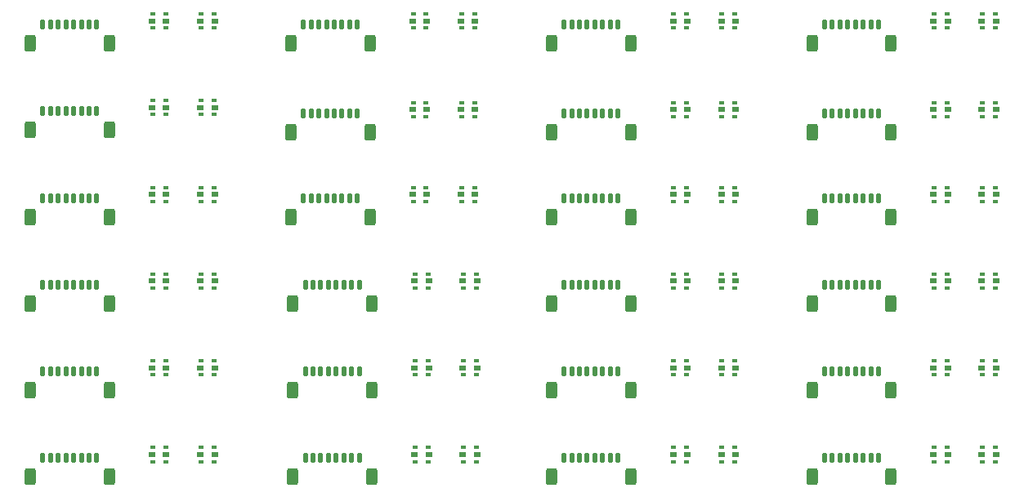
<source format=gbr>
%TF.GenerationSoftware,KiCad,Pcbnew,(7.0.0)*%
%TF.CreationDate,2023-04-04T09:59:10-04:00*%
%TF.ProjectId,bracket-led,62726163-6b65-4742-9d6c-65642e6b6963,A*%
%TF.SameCoordinates,Original*%
%TF.FileFunction,Paste,Top*%
%TF.FilePolarity,Positive*%
%FSLAX46Y46*%
G04 Gerber Fmt 4.6, Leading zero omitted, Abs format (unit mm)*
G04 Created by KiCad (PCBNEW (7.0.0)) date 2023-04-04 09:59:10*
%MOMM*%
%LPD*%
G01*
G04 APERTURE LIST*
G04 Aperture macros list*
%AMRoundRect*
0 Rectangle with rounded corners*
0 $1 Rounding radius*
0 $2 $3 $4 $5 $6 $7 $8 $9 X,Y pos of 4 corners*
0 Add a 4 corners polygon primitive as box body*
4,1,4,$2,$3,$4,$5,$6,$7,$8,$9,$2,$3,0*
0 Add four circle primitives for the rounded corners*
1,1,$1+$1,$2,$3*
1,1,$1+$1,$4,$5*
1,1,$1+$1,$6,$7*
1,1,$1+$1,$8,$9*
0 Add four rect primitives between the rounded corners*
20,1,$1+$1,$2,$3,$4,$5,0*
20,1,$1+$1,$4,$5,$6,$7,0*
20,1,$1+$1,$6,$7,$8,$9,0*
20,1,$1+$1,$8,$9,$2,$3,0*%
G04 Aperture macros list end*
%ADD10R,0.550000X0.400000*%
%ADD11R,0.700000X0.500000*%
%ADD12RoundRect,0.125000X-0.125000X-0.375000X0.125000X-0.375000X0.125000X0.375000X-0.125000X0.375000X0*%
%ADD13RoundRect,0.250000X-0.350000X-0.600000X0.350000X-0.600000X0.350000X0.600000X-0.350000X0.600000X0*%
G04 APERTURE END LIST*
D10*
%TO.C,D2*%
X259574199Y-168702759D03*
X260924199Y-168702759D03*
D11*
X259499199Y-167977759D03*
X260999199Y-167977759D03*
D10*
X259574199Y-167252759D03*
X260924199Y-167252759D03*
%TD*%
%TO.C,D1*%
X254574199Y-168702759D03*
X255924199Y-168702759D03*
D11*
X254499199Y-167977759D03*
X255999199Y-167977759D03*
D10*
X254574199Y-167252759D03*
X255924199Y-167252759D03*
%TD*%
D12*
%TO.C,J1*%
X243200000Y-168350000D03*
X244000000Y-168350000D03*
X244800000Y-168350000D03*
X245600000Y-168350000D03*
X246400000Y-168350000D03*
X247200000Y-168350000D03*
X248000000Y-168350000D03*
X248800000Y-168350000D03*
D13*
X241900000Y-170300000D03*
X250100000Y-170300000D03*
%TD*%
D10*
%TO.C,D2*%
X232574199Y-168702759D03*
X233924199Y-168702759D03*
D11*
X232499199Y-167977759D03*
X233999199Y-167977759D03*
D10*
X232574199Y-167252759D03*
X233924199Y-167252759D03*
%TD*%
%TO.C,D1*%
X227574199Y-168702759D03*
X228924199Y-168702759D03*
D11*
X227499199Y-167977759D03*
X228999199Y-167977759D03*
D10*
X227574199Y-167252759D03*
X228924199Y-167252759D03*
%TD*%
D12*
%TO.C,J1*%
X216200000Y-168350000D03*
X217000000Y-168350000D03*
X217800000Y-168350000D03*
X218600000Y-168350000D03*
X219400000Y-168350000D03*
X220200000Y-168350000D03*
X221000000Y-168350000D03*
X221800000Y-168350000D03*
D13*
X214900000Y-170300000D03*
X223100000Y-170300000D03*
%TD*%
D10*
%TO.C,D2*%
X205774199Y-168702759D03*
X207124199Y-168702759D03*
D11*
X205699199Y-167977759D03*
X207199199Y-167977759D03*
D10*
X205774199Y-167252759D03*
X207124199Y-167252759D03*
%TD*%
%TO.C,D1*%
X200774199Y-168702759D03*
X202124199Y-168702759D03*
D11*
X200699199Y-167977759D03*
X202199199Y-167977759D03*
D10*
X200774199Y-167252759D03*
X202124199Y-167252759D03*
%TD*%
D12*
%TO.C,J1*%
X189400000Y-168350000D03*
X190200000Y-168350000D03*
X191000000Y-168350000D03*
X191800000Y-168350000D03*
X192600000Y-168350000D03*
X193400000Y-168350000D03*
X194200000Y-168350000D03*
X195000000Y-168350000D03*
D13*
X188100000Y-170300000D03*
X196300000Y-170300000D03*
%TD*%
D10*
%TO.C,D2*%
X178574199Y-168702759D03*
X179924199Y-168702759D03*
D11*
X178499199Y-167977759D03*
X179999199Y-167977759D03*
D10*
X178574199Y-167252759D03*
X179924199Y-167252759D03*
%TD*%
%TO.C,D1*%
X173574199Y-168702759D03*
X174924199Y-168702759D03*
D11*
X173499199Y-167977759D03*
X174999199Y-167977759D03*
D10*
X173574199Y-167252759D03*
X174924199Y-167252759D03*
%TD*%
D12*
%TO.C,J1*%
X162200000Y-168350000D03*
X163000000Y-168350000D03*
X163800000Y-168350000D03*
X164600000Y-168350000D03*
X165400000Y-168350000D03*
X166200000Y-168350000D03*
X167000000Y-168350000D03*
X167800000Y-168350000D03*
D13*
X160900000Y-170300000D03*
X169100000Y-170300000D03*
%TD*%
D10*
%TO.C,D2*%
X259574199Y-159702759D03*
X260924199Y-159702759D03*
D11*
X259499199Y-158977759D03*
X260999199Y-158977759D03*
D10*
X259574199Y-158252759D03*
X260924199Y-158252759D03*
%TD*%
%TO.C,D1*%
X254574199Y-159702759D03*
X255924199Y-159702759D03*
D11*
X254499199Y-158977759D03*
X255999199Y-158977759D03*
D10*
X254574199Y-158252759D03*
X255924199Y-158252759D03*
%TD*%
D12*
%TO.C,J1*%
X243200000Y-159350000D03*
X244000000Y-159350000D03*
X244800000Y-159350000D03*
X245600000Y-159350000D03*
X246400000Y-159350000D03*
X247200000Y-159350000D03*
X248000000Y-159350000D03*
X248800000Y-159350000D03*
D13*
X241900000Y-161300000D03*
X250100000Y-161300000D03*
%TD*%
D10*
%TO.C,D2*%
X232574199Y-159702759D03*
X233924199Y-159702759D03*
D11*
X232499199Y-158977759D03*
X233999199Y-158977759D03*
D10*
X232574199Y-158252759D03*
X233924199Y-158252759D03*
%TD*%
%TO.C,D1*%
X227574199Y-159702759D03*
X228924199Y-159702759D03*
D11*
X227499199Y-158977759D03*
X228999199Y-158977759D03*
D10*
X227574199Y-158252759D03*
X228924199Y-158252759D03*
%TD*%
D12*
%TO.C,J1*%
X216200000Y-159350000D03*
X217000000Y-159350000D03*
X217800000Y-159350000D03*
X218600000Y-159350000D03*
X219400000Y-159350000D03*
X220200000Y-159350000D03*
X221000000Y-159350000D03*
X221800000Y-159350000D03*
D13*
X214900000Y-161300000D03*
X223100000Y-161300000D03*
%TD*%
D10*
%TO.C,D2*%
X205774199Y-159702759D03*
X207124199Y-159702759D03*
D11*
X205699199Y-158977759D03*
X207199199Y-158977759D03*
D10*
X205774199Y-158252759D03*
X207124199Y-158252759D03*
%TD*%
%TO.C,D1*%
X200774199Y-159702759D03*
X202124199Y-159702759D03*
D11*
X200699199Y-158977759D03*
X202199199Y-158977759D03*
D10*
X200774199Y-158252759D03*
X202124199Y-158252759D03*
%TD*%
D12*
%TO.C,J1*%
X189400000Y-159350000D03*
X190200000Y-159350000D03*
X191000000Y-159350000D03*
X191800000Y-159350000D03*
X192600000Y-159350000D03*
X193400000Y-159350000D03*
X194200000Y-159350000D03*
X195000000Y-159350000D03*
D13*
X188100000Y-161300000D03*
X196300000Y-161300000D03*
%TD*%
D10*
%TO.C,D2*%
X178574199Y-159702759D03*
X179924199Y-159702759D03*
D11*
X178499199Y-158977759D03*
X179999199Y-158977759D03*
D10*
X178574199Y-158252759D03*
X179924199Y-158252759D03*
%TD*%
%TO.C,D1*%
X173574199Y-159702759D03*
X174924199Y-159702759D03*
D11*
X173499199Y-158977759D03*
X174999199Y-158977759D03*
D10*
X173574199Y-158252759D03*
X174924199Y-158252759D03*
%TD*%
D12*
%TO.C,J1*%
X162200000Y-159350000D03*
X163000000Y-159350000D03*
X163800000Y-159350000D03*
X164600000Y-159350000D03*
X165400000Y-159350000D03*
X166200000Y-159350000D03*
X167000000Y-159350000D03*
X167800000Y-159350000D03*
D13*
X160900000Y-161300000D03*
X169100000Y-161300000D03*
%TD*%
D10*
%TO.C,D2*%
X259574199Y-150702759D03*
X260924199Y-150702759D03*
D11*
X259499199Y-149977759D03*
X260999199Y-149977759D03*
D10*
X259574199Y-149252759D03*
X260924199Y-149252759D03*
%TD*%
%TO.C,D1*%
X254574199Y-150702759D03*
X255924199Y-150702759D03*
D11*
X254499199Y-149977759D03*
X255999199Y-149977759D03*
D10*
X254574199Y-149252759D03*
X255924199Y-149252759D03*
%TD*%
D12*
%TO.C,J1*%
X243200000Y-150350000D03*
X244000000Y-150350000D03*
X244800000Y-150350000D03*
X245600000Y-150350000D03*
X246400000Y-150350000D03*
X247200000Y-150350000D03*
X248000000Y-150350000D03*
X248800000Y-150350000D03*
D13*
X241900000Y-152300000D03*
X250100000Y-152300000D03*
%TD*%
D10*
%TO.C,D2*%
X232574199Y-150702759D03*
X233924199Y-150702759D03*
D11*
X232499199Y-149977759D03*
X233999199Y-149977759D03*
D10*
X232574199Y-149252759D03*
X233924199Y-149252759D03*
%TD*%
%TO.C,D1*%
X227574199Y-150702759D03*
X228924199Y-150702759D03*
D11*
X227499199Y-149977759D03*
X228999199Y-149977759D03*
D10*
X227574199Y-149252759D03*
X228924199Y-149252759D03*
%TD*%
D12*
%TO.C,J1*%
X216200000Y-150350000D03*
X217000000Y-150350000D03*
X217800000Y-150350000D03*
X218600000Y-150350000D03*
X219400000Y-150350000D03*
X220200000Y-150350000D03*
X221000000Y-150350000D03*
X221800000Y-150350000D03*
D13*
X214900000Y-152300000D03*
X223100000Y-152300000D03*
%TD*%
D10*
%TO.C,D2*%
X205774199Y-150702759D03*
X207124199Y-150702759D03*
D11*
X205699199Y-149977759D03*
X207199199Y-149977759D03*
D10*
X205774199Y-149252759D03*
X207124199Y-149252759D03*
%TD*%
%TO.C,D1*%
X200774199Y-150702759D03*
X202124199Y-150702759D03*
D11*
X200699199Y-149977759D03*
X202199199Y-149977759D03*
D10*
X200774199Y-149252759D03*
X202124199Y-149252759D03*
%TD*%
D12*
%TO.C,J1*%
X189400000Y-150350000D03*
X190200000Y-150350000D03*
X191000000Y-150350000D03*
X191800000Y-150350000D03*
X192600000Y-150350000D03*
X193400000Y-150350000D03*
X194200000Y-150350000D03*
X195000000Y-150350000D03*
D13*
X188100000Y-152300000D03*
X196300000Y-152300000D03*
%TD*%
D10*
%TO.C,D2*%
X178574199Y-150702759D03*
X179924199Y-150702759D03*
D11*
X178499199Y-149977759D03*
X179999199Y-149977759D03*
D10*
X178574199Y-149252759D03*
X179924199Y-149252759D03*
%TD*%
%TO.C,D1*%
X173574199Y-150702759D03*
X174924199Y-150702759D03*
D11*
X173499199Y-149977759D03*
X174999199Y-149977759D03*
D10*
X173574199Y-149252759D03*
X174924199Y-149252759D03*
%TD*%
D12*
%TO.C,J1*%
X162200000Y-150350000D03*
X163000000Y-150350000D03*
X163800000Y-150350000D03*
X164600000Y-150350000D03*
X165400000Y-150350000D03*
X166200000Y-150350000D03*
X167000000Y-150350000D03*
X167800000Y-150350000D03*
D13*
X160900000Y-152300000D03*
X169100000Y-152300000D03*
%TD*%
D10*
%TO.C,D2*%
X259574199Y-141702759D03*
X260924199Y-141702759D03*
D11*
X259499199Y-140977759D03*
X260999199Y-140977759D03*
D10*
X259574199Y-140252759D03*
X260924199Y-140252759D03*
%TD*%
%TO.C,D1*%
X254574199Y-141702759D03*
X255924199Y-141702759D03*
D11*
X254499199Y-140977759D03*
X255999199Y-140977759D03*
D10*
X254574199Y-140252759D03*
X255924199Y-140252759D03*
%TD*%
D12*
%TO.C,J1*%
X243200000Y-141350000D03*
X244000000Y-141350000D03*
X244800000Y-141350000D03*
X245600000Y-141350000D03*
X246400000Y-141350000D03*
X247200000Y-141350000D03*
X248000000Y-141350000D03*
X248800000Y-141350000D03*
D13*
X241900000Y-143300000D03*
X250100000Y-143300000D03*
%TD*%
D10*
%TO.C,D2*%
X232574199Y-141702759D03*
X233924199Y-141702759D03*
D11*
X232499199Y-140977759D03*
X233999199Y-140977759D03*
D10*
X232574199Y-140252759D03*
X233924199Y-140252759D03*
%TD*%
%TO.C,D1*%
X227574199Y-141702759D03*
X228924199Y-141702759D03*
D11*
X227499199Y-140977759D03*
X228999199Y-140977759D03*
D10*
X227574199Y-140252759D03*
X228924199Y-140252759D03*
%TD*%
D12*
%TO.C,J1*%
X216200000Y-141350000D03*
X217000000Y-141350000D03*
X217800000Y-141350000D03*
X218600000Y-141350000D03*
X219400000Y-141350000D03*
X220200000Y-141350000D03*
X221000000Y-141350000D03*
X221800000Y-141350000D03*
D13*
X214900000Y-143300000D03*
X223100000Y-143300000D03*
%TD*%
D10*
%TO.C,D2*%
X205574199Y-141702759D03*
X206924199Y-141702759D03*
D11*
X205499199Y-140977759D03*
X206999199Y-140977759D03*
D10*
X205574199Y-140252759D03*
X206924199Y-140252759D03*
%TD*%
%TO.C,D1*%
X200574199Y-141702759D03*
X201924199Y-141702759D03*
D11*
X200499199Y-140977759D03*
X201999199Y-140977759D03*
D10*
X200574199Y-140252759D03*
X201924199Y-140252759D03*
%TD*%
D12*
%TO.C,J1*%
X189200000Y-141350000D03*
X190000000Y-141350000D03*
X190800000Y-141350000D03*
X191600000Y-141350000D03*
X192400000Y-141350000D03*
X193200000Y-141350000D03*
X194000000Y-141350000D03*
X194800000Y-141350000D03*
D13*
X187900000Y-143300000D03*
X196100000Y-143300000D03*
%TD*%
D10*
%TO.C,D2*%
X178574199Y-141702759D03*
X179924199Y-141702759D03*
D11*
X178499199Y-140977759D03*
X179999199Y-140977759D03*
D10*
X178574199Y-140252759D03*
X179924199Y-140252759D03*
%TD*%
%TO.C,D1*%
X173574199Y-141702759D03*
X174924199Y-141702759D03*
D11*
X173499199Y-140977759D03*
X174999199Y-140977759D03*
D10*
X173574199Y-140252759D03*
X174924199Y-140252759D03*
%TD*%
D12*
%TO.C,J1*%
X162200000Y-141350000D03*
X163000000Y-141350000D03*
X163800000Y-141350000D03*
X164600000Y-141350000D03*
X165400000Y-141350000D03*
X166200000Y-141350000D03*
X167000000Y-141350000D03*
X167800000Y-141350000D03*
D13*
X160900000Y-143300000D03*
X169100000Y-143300000D03*
%TD*%
D10*
%TO.C,D2*%
X178574199Y-132702759D03*
X179924199Y-132702759D03*
D11*
X178499199Y-131977759D03*
X179999199Y-131977759D03*
D10*
X178574199Y-131252759D03*
X179924199Y-131252759D03*
%TD*%
%TO.C,D1*%
X173574199Y-132702759D03*
X174924199Y-132702759D03*
D11*
X173499199Y-131977759D03*
X174999199Y-131977759D03*
D10*
X173574199Y-131252759D03*
X174924199Y-131252759D03*
%TD*%
D12*
%TO.C,J1*%
X162200000Y-132350000D03*
X163000000Y-132350000D03*
X163800000Y-132350000D03*
X164600000Y-132350000D03*
X165400000Y-132350000D03*
X166200000Y-132350000D03*
X167000000Y-132350000D03*
X167800000Y-132350000D03*
D13*
X160900000Y-134300000D03*
X169100000Y-134300000D03*
%TD*%
D10*
%TO.C,D2*%
X205574199Y-132902759D03*
X206924199Y-132902759D03*
D11*
X205499199Y-132177759D03*
X206999199Y-132177759D03*
D10*
X205574199Y-131452759D03*
X206924199Y-131452759D03*
%TD*%
%TO.C,D1*%
X200574199Y-132902759D03*
X201924199Y-132902759D03*
D11*
X200499199Y-132177759D03*
X201999199Y-132177759D03*
D10*
X200574199Y-131452759D03*
X201924199Y-131452759D03*
%TD*%
D12*
%TO.C,J1*%
X189200000Y-132550000D03*
X190000000Y-132550000D03*
X190800000Y-132550000D03*
X191600000Y-132550000D03*
X192400000Y-132550000D03*
X193200000Y-132550000D03*
X194000000Y-132550000D03*
X194800000Y-132550000D03*
D13*
X187900000Y-134500000D03*
X196100000Y-134500000D03*
%TD*%
D10*
%TO.C,D2*%
X232574199Y-132902759D03*
X233924199Y-132902759D03*
D11*
X232499199Y-132177759D03*
X233999199Y-132177759D03*
D10*
X232574199Y-131452759D03*
X233924199Y-131452759D03*
%TD*%
%TO.C,D1*%
X227574199Y-132902759D03*
X228924199Y-132902759D03*
D11*
X227499199Y-132177759D03*
X228999199Y-132177759D03*
D10*
X227574199Y-131452759D03*
X228924199Y-131452759D03*
%TD*%
D12*
%TO.C,J1*%
X216200000Y-132550000D03*
X217000000Y-132550000D03*
X217800000Y-132550000D03*
X218600000Y-132550000D03*
X219400000Y-132550000D03*
X220200000Y-132550000D03*
X221000000Y-132550000D03*
X221800000Y-132550000D03*
D13*
X214900000Y-134500000D03*
X223100000Y-134500000D03*
%TD*%
D10*
%TO.C,D2*%
X259574199Y-132902759D03*
X260924199Y-132902759D03*
D11*
X259499199Y-132177759D03*
X260999199Y-132177759D03*
D10*
X259574199Y-131452759D03*
X260924199Y-131452759D03*
%TD*%
%TO.C,D1*%
X254574199Y-132902759D03*
X255924199Y-132902759D03*
D11*
X254499199Y-132177759D03*
X255999199Y-132177759D03*
D10*
X254574199Y-131452759D03*
X255924199Y-131452759D03*
%TD*%
D12*
%TO.C,J1*%
X243200000Y-132550000D03*
X244000000Y-132550000D03*
X244800000Y-132550000D03*
X245600000Y-132550000D03*
X246400000Y-132550000D03*
X247200000Y-132550000D03*
X248000000Y-132550000D03*
X248800000Y-132550000D03*
D13*
X241900000Y-134500000D03*
X250100000Y-134500000D03*
%TD*%
D10*
%TO.C,D2*%
X259574199Y-123702759D03*
X260924199Y-123702759D03*
D11*
X259499199Y-122977759D03*
X260999199Y-122977759D03*
D10*
X259574199Y-122252759D03*
X260924199Y-122252759D03*
%TD*%
%TO.C,D1*%
X254574199Y-123702759D03*
X255924199Y-123702759D03*
D11*
X254499199Y-122977759D03*
X255999199Y-122977759D03*
D10*
X254574199Y-122252759D03*
X255924199Y-122252759D03*
%TD*%
D12*
%TO.C,J1*%
X243200000Y-123350000D03*
X244000000Y-123350000D03*
X244800000Y-123350000D03*
X245600000Y-123350000D03*
X246400000Y-123350000D03*
X247200000Y-123350000D03*
X248000000Y-123350000D03*
X248800000Y-123350000D03*
D13*
X241900000Y-125300000D03*
X250100000Y-125300000D03*
%TD*%
D10*
%TO.C,D2*%
X232574199Y-123702759D03*
X233924199Y-123702759D03*
D11*
X232499199Y-122977759D03*
X233999199Y-122977759D03*
D10*
X232574199Y-122252759D03*
X233924199Y-122252759D03*
%TD*%
%TO.C,D1*%
X227574199Y-123702759D03*
X228924199Y-123702759D03*
D11*
X227499199Y-122977759D03*
X228999199Y-122977759D03*
D10*
X227574199Y-122252759D03*
X228924199Y-122252759D03*
%TD*%
D12*
%TO.C,J1*%
X216200000Y-123350000D03*
X217000000Y-123350000D03*
X217800000Y-123350000D03*
X218600000Y-123350000D03*
X219400000Y-123350000D03*
X220200000Y-123350000D03*
X221000000Y-123350000D03*
X221800000Y-123350000D03*
D13*
X214900000Y-125300000D03*
X223100000Y-125300000D03*
%TD*%
D10*
%TO.C,D2*%
X205574199Y-123702759D03*
X206924199Y-123702759D03*
D11*
X205499199Y-122977759D03*
X206999199Y-122977759D03*
D10*
X205574199Y-122252759D03*
X206924199Y-122252759D03*
%TD*%
%TO.C,D1*%
X200574199Y-123702759D03*
X201924199Y-123702759D03*
D11*
X200499199Y-122977759D03*
X201999199Y-122977759D03*
D10*
X200574199Y-122252759D03*
X201924199Y-122252759D03*
%TD*%
D12*
%TO.C,J1*%
X189200000Y-123350000D03*
X190000000Y-123350000D03*
X190800000Y-123350000D03*
X191600000Y-123350000D03*
X192400000Y-123350000D03*
X193200000Y-123350000D03*
X194000000Y-123350000D03*
X194800000Y-123350000D03*
D13*
X187900000Y-125300000D03*
X196100000Y-125300000D03*
%TD*%
D10*
%TO.C,D2*%
X178574199Y-123702759D03*
X179924199Y-123702759D03*
D11*
X178499199Y-122977759D03*
X179999199Y-122977759D03*
D10*
X178574199Y-122252759D03*
X179924199Y-122252759D03*
%TD*%
%TO.C,D1*%
X174924199Y-122252759D03*
X173574199Y-122252759D03*
D11*
X174999199Y-122977759D03*
X173499199Y-122977759D03*
D10*
X174924199Y-123702759D03*
X173574199Y-123702759D03*
%TD*%
D12*
%TO.C,J1*%
X162200000Y-123350000D03*
X163000000Y-123350000D03*
X163800000Y-123350000D03*
X164600000Y-123350000D03*
X165400000Y-123350000D03*
X166200000Y-123350000D03*
X167000000Y-123350000D03*
X167800000Y-123350000D03*
D13*
X160900000Y-125300000D03*
X169100000Y-125300000D03*
%TD*%
M02*

</source>
